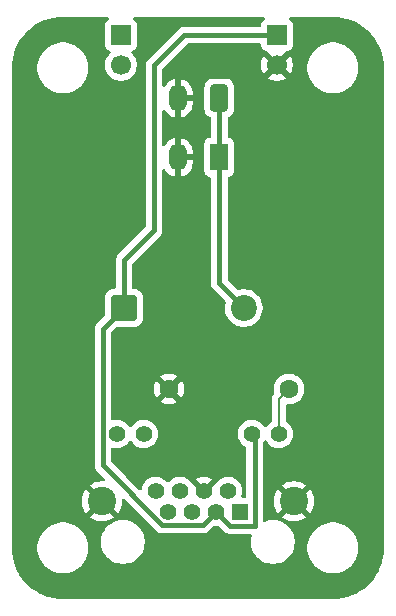
<source format=gbl>
%TF.GenerationSoftware,KiCad,Pcbnew,9.0.2*%
%TF.CreationDate,2025-11-18T17:18:59+08:00*%
%TF.ProjectId,swerve-hub,73776572-7665-42d6-9875-622e6b696361,rev?*%
%TF.SameCoordinates,Original*%
%TF.FileFunction,Copper,L2,Bot*%
%TF.FilePolarity,Positive*%
%FSLAX46Y46*%
G04 Gerber Fmt 4.6, Leading zero omitted, Abs format (unit mm)*
G04 Created by KiCad (PCBNEW 9.0.2) date 2025-11-18 17:18:59*
%MOMM*%
%LPD*%
G01*
G04 APERTURE LIST*
G04 Aperture macros list*
%AMRoundRect*
0 Rectangle with rounded corners*
0 $1 Rounding radius*
0 $2 $3 $4 $5 $6 $7 $8 $9 X,Y pos of 4 corners*
0 Add a 4 corners polygon primitive as box body*
4,1,4,$2,$3,$4,$5,$6,$7,$8,$9,$2,$3,0*
0 Add four circle primitives for the rounded corners*
1,1,$1+$1,$2,$3*
1,1,$1+$1,$4,$5*
1,1,$1+$1,$6,$7*
1,1,$1+$1,$8,$9*
0 Add four rect primitives between the rounded corners*
20,1,$1+$1,$2,$3,$4,$5,0*
20,1,$1+$1,$4,$5,$6,$7,0*
20,1,$1+$1,$6,$7,$8,$9,0*
20,1,$1+$1,$8,$9,$2,$3,0*%
G04 Aperture macros list end*
%TA.AperFunction,ComponentPad*%
%ADD10R,1.500000X2.300000*%
%TD*%
%TA.AperFunction,ComponentPad*%
%ADD11RoundRect,0.250001X0.499999X0.899999X-0.499999X0.899999X-0.499999X-0.899999X0.499999X-0.899999X0*%
%TD*%
%TA.AperFunction,ComponentPad*%
%ADD12O,1.500000X2.300000*%
%TD*%
%TA.AperFunction,ComponentPad*%
%ADD13R,1.408000X1.408000*%
%TD*%
%TA.AperFunction,ComponentPad*%
%ADD14C,1.408000*%
%TD*%
%TA.AperFunction,ComponentPad*%
%ADD15C,2.400000*%
%TD*%
%TA.AperFunction,ComponentPad*%
%ADD16RoundRect,0.249999X-0.850001X-0.850001X0.850001X-0.850001X0.850001X0.850001X-0.850001X0.850001X0*%
%TD*%
%TA.AperFunction,ComponentPad*%
%ADD17C,2.200000*%
%TD*%
%TA.AperFunction,ComponentPad*%
%ADD18C,1.600000*%
%TD*%
%TA.AperFunction,ComponentPad*%
%ADD19R,1.700000X1.700000*%
%TD*%
%TA.AperFunction,ComponentPad*%
%ADD20C,1.700000*%
%TD*%
%TA.AperFunction,Conductor*%
%ADD21C,0.400000*%
%TD*%
%TA.AperFunction,Conductor*%
%ADD22C,0.200000*%
%TD*%
G04 APERTURE END LIST*
D10*
%TO.P,J3,1,Pin_1*%
%TO.N,Net-(D1-A)*%
X99766000Y-71812500D03*
D11*
X99766000Y-66812500D03*
D12*
%TO.P,J3,2,Pin_2*%
%TO.N,/GND*%
X96266000Y-71812500D03*
X96266000Y-66812500D03*
%TD*%
D13*
%TO.P,J1,1,1*%
%TO.N,/CANh*%
X101526000Y-101843500D03*
D14*
%TO.P,J1,2,2*%
%TO.N,/CANl*%
X100506000Y-100063500D03*
%TO.P,J1,3,3*%
%TO.N,/12v*%
X99486000Y-101843500D03*
%TO.P,J1,4,4*%
%TO.N,/GND*%
X98466000Y-100063500D03*
%TO.P,J1,5,5*%
%TO.N,unconnected-(J1-Pad5)*%
X97446000Y-101843500D03*
%TO.P,J1,6,6*%
%TO.N,unconnected-(J1-Pad6)*%
X96426000Y-100063500D03*
%TO.P,J1,7,7*%
%TO.N,unconnected-(J1-Pad7)*%
X95406000Y-101843500D03*
%TO.P,J1,8,8*%
%TO.N,unconnected-(J1-Pad8)*%
X94386000Y-100063500D03*
%TO.P,J1,9*%
%TO.N,Net-(J1-Pad9)*%
X104816000Y-95243500D03*
%TO.P,J1,10*%
%TO.N,/12v*%
X102526000Y-95243500D03*
%TO.P,J1,11*%
%TO.N,unconnected-(J1-Pad11)*%
X93386000Y-95243500D03*
%TO.P,J1,12*%
%TO.N,unconnected-(J1-Pad12)*%
X91096000Y-95243500D03*
D15*
%TO.P,J1,SH1,SHIELD*%
%TO.N,/GND*%
X89831000Y-100953500D03*
%TO.P,J1,SH2,SHIELD__1*%
X106081000Y-100953500D03*
%TD*%
D16*
%TO.P,D1,1,K*%
%TO.N,/12v*%
X91694000Y-84582000D03*
D17*
%TO.P,D1,2,A*%
%TO.N,Net-(D1-A)*%
X101854000Y-84582000D03*
%TD*%
D18*
%TO.P,R1,1*%
%TO.N,/GND*%
X95504000Y-91440000D03*
%TO.P,R1,2*%
%TO.N,Net-(J1-Pad9)*%
X105664000Y-91440000D03*
%TD*%
D19*
%TO.P,J2,1,Pin_1*%
%TO.N,/CANh*%
X91440000Y-61463000D03*
D20*
%TO.P,J2,2,Pin_2*%
%TO.N,/CANl*%
X91440000Y-64003000D03*
%TD*%
D19*
%TO.P,J4,1,Pin_1*%
%TO.N,/12v*%
X104648000Y-61463000D03*
D20*
%TO.P,J4,2,Pin_2*%
%TO.N,/GND*%
X104648000Y-64003000D03*
%TD*%
D21*
%TO.N,/12v*%
X91694000Y-84582000D02*
X89916000Y-86360000D01*
X89916000Y-86360000D02*
X89916000Y-97916206D01*
X102526000Y-95243500D02*
X102750000Y-95467500D01*
X94250000Y-64000000D02*
X94250000Y-78000000D01*
X96787000Y-61463000D02*
X94250000Y-64000000D01*
X94948294Y-102948500D02*
X98381000Y-102948500D01*
X102750000Y-103000000D02*
X100642500Y-103000000D01*
X98381000Y-102948500D02*
X99486000Y-101843500D01*
X91694000Y-80556000D02*
X91694000Y-84582000D01*
X104648000Y-61463000D02*
X96787000Y-61463000D01*
X102750000Y-95467500D02*
X102750000Y-103000000D01*
X94250000Y-78000000D02*
X91694000Y-80556000D01*
X89916000Y-97916206D02*
X94948294Y-102948500D01*
X100642500Y-103000000D02*
X99486000Y-101843500D01*
D22*
%TO.N,Net-(J1-Pad9)*%
X104816000Y-95243500D02*
X104816000Y-92288000D01*
X104816000Y-92288000D02*
X105664000Y-91440000D01*
D21*
%TO.N,Net-(D1-A)*%
X101854000Y-84582000D02*
X99750000Y-82478000D01*
X99766000Y-71812500D02*
X99766000Y-66812500D01*
X99766000Y-82462000D02*
X99766000Y-71812500D01*
X99750000Y-82478000D02*
X99766000Y-82462000D01*
%TD*%
%TA.AperFunction,Conductor*%
%TO.N,/GND*%
G36*
X90379476Y-59945685D02*
G01*
X90425231Y-59998489D01*
X90435175Y-60067647D01*
X90406150Y-60131203D01*
X90355771Y-60166182D01*
X90347669Y-60169203D01*
X90347664Y-60169206D01*
X90232455Y-60255452D01*
X90232452Y-60255455D01*
X90146206Y-60370664D01*
X90146202Y-60370671D01*
X90095908Y-60505517D01*
X90089501Y-60565116D01*
X90089501Y-60565123D01*
X90089500Y-60565135D01*
X90089500Y-62360870D01*
X90089501Y-62360876D01*
X90095908Y-62420483D01*
X90146202Y-62555328D01*
X90146206Y-62555335D01*
X90232452Y-62670544D01*
X90232455Y-62670547D01*
X90347664Y-62756793D01*
X90347671Y-62756797D01*
X90479082Y-62805810D01*
X90535016Y-62847681D01*
X90559433Y-62913145D01*
X90544582Y-62981418D01*
X90523431Y-63009673D01*
X90409889Y-63123215D01*
X90284951Y-63295179D01*
X90188444Y-63484585D01*
X90122753Y-63686760D01*
X90089500Y-63896711D01*
X90089500Y-64109286D01*
X90122753Y-64319239D01*
X90188444Y-64521414D01*
X90284951Y-64710820D01*
X90409890Y-64882786D01*
X90560213Y-65033109D01*
X90732179Y-65158048D01*
X90732181Y-65158049D01*
X90732184Y-65158051D01*
X90921588Y-65254557D01*
X91123757Y-65320246D01*
X91333713Y-65353500D01*
X91333714Y-65353500D01*
X91546286Y-65353500D01*
X91546287Y-65353500D01*
X91756243Y-65320246D01*
X91958412Y-65254557D01*
X92147816Y-65158051D01*
X92202572Y-65118269D01*
X92319786Y-65033109D01*
X92319788Y-65033106D01*
X92319792Y-65033104D01*
X92470104Y-64882792D01*
X92470106Y-64882788D01*
X92470109Y-64882786D01*
X92595048Y-64710820D01*
X92595047Y-64710820D01*
X92595051Y-64710816D01*
X92691557Y-64521412D01*
X92757246Y-64319243D01*
X92790500Y-64109287D01*
X92790500Y-63896713D01*
X92783480Y-63852393D01*
X92774498Y-63795679D01*
X92757246Y-63686757D01*
X92691557Y-63484588D01*
X92595051Y-63295184D01*
X92595049Y-63295181D01*
X92595048Y-63295179D01*
X92470109Y-63123213D01*
X92356569Y-63009673D01*
X92323084Y-62948350D01*
X92328068Y-62878658D01*
X92369940Y-62822725D01*
X92400915Y-62805810D01*
X92532331Y-62756796D01*
X92647546Y-62670546D01*
X92733796Y-62555331D01*
X92784091Y-62420483D01*
X92790500Y-62360873D01*
X92790499Y-60565128D01*
X92784091Y-60505517D01*
X92775273Y-60481876D01*
X92733797Y-60370671D01*
X92733793Y-60370664D01*
X92647547Y-60255455D01*
X92647544Y-60255452D01*
X92532335Y-60169206D01*
X92532330Y-60169203D01*
X92524229Y-60166182D01*
X92468296Y-60124310D01*
X92443879Y-60058846D01*
X92458731Y-59990573D01*
X92508136Y-59941168D01*
X92567563Y-59926000D01*
X103520437Y-59926000D01*
X103587476Y-59945685D01*
X103633231Y-59998489D01*
X103643175Y-60067647D01*
X103614150Y-60131203D01*
X103563771Y-60166182D01*
X103555669Y-60169203D01*
X103555664Y-60169206D01*
X103440455Y-60255452D01*
X103440452Y-60255455D01*
X103354206Y-60370664D01*
X103354202Y-60370671D01*
X103303908Y-60505517D01*
X103297501Y-60565116D01*
X103297501Y-60565123D01*
X103297500Y-60565135D01*
X103297500Y-60638500D01*
X103277815Y-60705539D01*
X103225011Y-60751294D01*
X103173500Y-60762500D01*
X96718004Y-60762500D01*
X96582677Y-60789418D01*
X96582667Y-60789421D01*
X96455192Y-60842222D01*
X96340454Y-60918887D01*
X93705887Y-63553454D01*
X93629222Y-63668192D01*
X93576421Y-63795667D01*
X93576418Y-63795679D01*
X93556322Y-63896711D01*
X93556322Y-63896714D01*
X93549500Y-63931006D01*
X93549500Y-77658480D01*
X93529815Y-77725519D01*
X93513181Y-77746161D01*
X91149888Y-80109453D01*
X91149887Y-80109454D01*
X91073222Y-80224192D01*
X91020421Y-80351667D01*
X91020418Y-80351677D01*
X90993500Y-80487004D01*
X90993500Y-82857500D01*
X90973815Y-82924539D01*
X90921011Y-82970294D01*
X90869500Y-82981500D01*
X90793982Y-82981500D01*
X90691203Y-82992000D01*
X90691202Y-82992001D01*
X90621319Y-83015158D01*
X90524667Y-83047185D01*
X90524662Y-83047187D01*
X90375342Y-83139289D01*
X90251289Y-83263342D01*
X90159187Y-83412662D01*
X90159186Y-83412665D01*
X90104001Y-83579202D01*
X90104001Y-83579203D01*
X90104000Y-83579203D01*
X90093500Y-83681982D01*
X90093500Y-85140480D01*
X90073815Y-85207519D01*
X90057181Y-85228161D01*
X89371890Y-85913451D01*
X89371884Y-85913458D01*
X89346888Y-85950869D01*
X89346888Y-85950870D01*
X89295228Y-86028183D01*
X89295221Y-86028195D01*
X89242421Y-86155667D01*
X89242418Y-86155677D01*
X89215500Y-86291004D01*
X89215500Y-86291007D01*
X89215500Y-97847212D01*
X89215500Y-97985200D01*
X89215500Y-97985202D01*
X89215499Y-97985202D01*
X89242418Y-98120528D01*
X89242421Y-98120538D01*
X89295222Y-98248013D01*
X89371887Y-98362751D01*
X90052884Y-99043748D01*
X90086369Y-99105071D01*
X90081385Y-99174763D01*
X90039513Y-99230696D01*
X89974049Y-99255113D01*
X89949018Y-99254368D01*
X89942425Y-99253500D01*
X89719575Y-99253500D01*
X89498645Y-99282585D01*
X89498632Y-99282588D01*
X89283381Y-99340263D01*
X89077497Y-99425545D01*
X89077479Y-99425554D01*
X88884511Y-99536962D01*
X88818595Y-99587542D01*
X89468706Y-100237652D01*
X89452058Y-100244549D01*
X89321030Y-100332099D01*
X89209599Y-100443530D01*
X89122049Y-100574558D01*
X89115153Y-100591206D01*
X88465042Y-99941095D01*
X88414462Y-100007011D01*
X88303054Y-100199979D01*
X88303045Y-100199997D01*
X88217763Y-100405881D01*
X88160088Y-100621132D01*
X88160085Y-100621145D01*
X88131000Y-100842075D01*
X88131000Y-101064924D01*
X88160085Y-101285854D01*
X88160088Y-101285867D01*
X88217763Y-101501118D01*
X88303045Y-101707002D01*
X88303054Y-101707020D01*
X88414464Y-101899991D01*
X88414473Y-101900004D01*
X88465040Y-101965903D01*
X88465043Y-101965903D01*
X89115152Y-101315793D01*
X89122049Y-101332442D01*
X89209599Y-101463470D01*
X89321030Y-101574901D01*
X89452058Y-101662451D01*
X89468705Y-101669346D01*
X88818595Y-102319455D01*
X88818595Y-102319456D01*
X88884507Y-102370033D01*
X89077485Y-102481449D01*
X89077497Y-102481454D01*
X89283381Y-102566736D01*
X89498632Y-102624411D01*
X89498645Y-102624414D01*
X89719575Y-102653500D01*
X89942425Y-102653500D01*
X90163354Y-102624414D01*
X90163367Y-102624411D01*
X90378618Y-102566736D01*
X90584502Y-102481454D01*
X90584514Y-102481449D01*
X90777498Y-102370030D01*
X90843403Y-102319457D01*
X90843404Y-102319456D01*
X90193294Y-101669346D01*
X90209942Y-101662451D01*
X90340970Y-101574901D01*
X90452401Y-101463470D01*
X90539951Y-101332442D01*
X90546846Y-101315793D01*
X91196956Y-101965904D01*
X91196957Y-101965903D01*
X91247530Y-101899998D01*
X91358949Y-101707014D01*
X91358954Y-101707002D01*
X91444236Y-101501118D01*
X91501911Y-101285867D01*
X91501914Y-101285854D01*
X91531000Y-101064924D01*
X91531000Y-100842077D01*
X91530132Y-100835488D01*
X91540893Y-100766452D01*
X91587270Y-100714194D01*
X91654537Y-100695304D01*
X91721339Y-100715780D01*
X91740751Y-100731614D01*
X93328593Y-102319455D01*
X94404180Y-103395042D01*
X94479667Y-103470529D01*
X94501753Y-103492615D01*
X94616476Y-103569271D01*
X94616480Y-103569273D01*
X94616483Y-103569275D01*
X94691160Y-103600207D01*
X94743965Y-103622080D01*
X94770885Y-103627434D01*
X94867924Y-103646737D01*
X94879300Y-103649000D01*
X94879301Y-103649000D01*
X98449996Y-103649000D01*
X98558412Y-103627434D01*
X98585328Y-103622080D01*
X98649069Y-103595677D01*
X98712807Y-103569277D01*
X98712808Y-103569276D01*
X98712811Y-103569275D01*
X98827543Y-103492614D01*
X99243760Y-103076395D01*
X99305079Y-103042913D01*
X99350833Y-103041606D01*
X99381033Y-103046389D01*
X99391202Y-103048000D01*
X99391204Y-103048000D01*
X99580800Y-103048000D01*
X99621161Y-103041607D01*
X99690454Y-103050561D01*
X99728241Y-103076399D01*
X100195954Y-103544112D01*
X100310692Y-103620777D01*
X100438167Y-103673578D01*
X100438172Y-103673580D01*
X100438176Y-103673580D01*
X100438177Y-103673581D01*
X100573503Y-103700500D01*
X100573506Y-103700500D01*
X100573507Y-103700500D01*
X102411631Y-103700500D01*
X102478670Y-103720185D01*
X102524425Y-103772989D01*
X102534369Y-103842147D01*
X102531408Y-103856583D01*
X102516723Y-103911390D01*
X102487161Y-104021714D01*
X102455500Y-104262211D01*
X102455500Y-104504788D01*
X102487161Y-104745285D01*
X102549947Y-104979604D01*
X102571840Y-105032458D01*
X102642776Y-105203712D01*
X102764064Y-105413789D01*
X102764066Y-105413792D01*
X102764067Y-105413793D01*
X102911733Y-105606236D01*
X102911739Y-105606243D01*
X103083256Y-105777760D01*
X103083263Y-105777766D01*
X103196321Y-105864518D01*
X103275711Y-105925436D01*
X103485788Y-106046724D01*
X103709900Y-106139554D01*
X103944211Y-106202338D01*
X104124586Y-106226084D01*
X104184711Y-106234000D01*
X104184712Y-106234000D01*
X104427289Y-106234000D01*
X104475388Y-106227667D01*
X104667789Y-106202338D01*
X104902100Y-106139554D01*
X105126212Y-106046724D01*
X105336289Y-105925436D01*
X105528738Y-105777765D01*
X105700265Y-105606238D01*
X105847936Y-105413789D01*
X105969224Y-105203712D01*
X106062054Y-104979600D01*
X106123431Y-104750541D01*
X107235500Y-104750541D01*
X107235500Y-105032458D01*
X107272295Y-105311939D01*
X107345259Y-105584243D01*
X107453135Y-105844679D01*
X107453140Y-105844690D01*
X107583019Y-106069645D01*
X107594088Y-106088817D01*
X107765700Y-106312465D01*
X107765704Y-106312470D01*
X107965029Y-106511795D01*
X107965033Y-106511798D01*
X107965035Y-106511800D01*
X108188683Y-106683412D01*
X108188690Y-106683416D01*
X108432809Y-106824359D01*
X108432814Y-106824361D01*
X108432817Y-106824363D01*
X108693261Y-106932242D01*
X108965558Y-107005204D01*
X109245049Y-107042000D01*
X109245056Y-107042000D01*
X109526944Y-107042000D01*
X109526951Y-107042000D01*
X109806442Y-107005204D01*
X110078739Y-106932242D01*
X110339183Y-106824363D01*
X110583317Y-106683412D01*
X110806965Y-106511800D01*
X111006300Y-106312465D01*
X111177912Y-106088817D01*
X111318863Y-105844683D01*
X111426742Y-105584239D01*
X111499704Y-105311942D01*
X111536500Y-105032451D01*
X111536500Y-104750549D01*
X111499704Y-104471058D01*
X111426742Y-104198761D01*
X111318863Y-103938317D01*
X111318861Y-103938314D01*
X111318859Y-103938309D01*
X111177916Y-103694190D01*
X111177912Y-103694183D01*
X111006300Y-103470535D01*
X111006298Y-103470533D01*
X111006295Y-103470529D01*
X110806970Y-103271204D01*
X110663041Y-103160763D01*
X110583317Y-103099588D01*
X110583311Y-103099584D01*
X110583309Y-103099583D01*
X110339190Y-102958640D01*
X110339179Y-102958635D01*
X110078743Y-102850759D01*
X109806439Y-102777795D01*
X109526958Y-102741000D01*
X109526951Y-102741000D01*
X109245049Y-102741000D01*
X109245041Y-102741000D01*
X108965560Y-102777795D01*
X108693256Y-102850759D01*
X108432820Y-102958635D01*
X108432809Y-102958640D01*
X108188690Y-103099583D01*
X108188682Y-103099589D01*
X107965029Y-103271204D01*
X107765704Y-103470529D01*
X107594089Y-103694182D01*
X107594083Y-103694190D01*
X107453140Y-103938309D01*
X107453135Y-103938320D01*
X107345259Y-104198756D01*
X107272295Y-104471060D01*
X107235500Y-104750541D01*
X106123431Y-104750541D01*
X106124838Y-104745289D01*
X106156500Y-104504788D01*
X106156500Y-104262212D01*
X106124838Y-104021711D01*
X106062054Y-103787400D01*
X105969224Y-103563288D01*
X105847936Y-103353211D01*
X105700265Y-103160762D01*
X105700260Y-103160756D01*
X105528743Y-102989239D01*
X105528736Y-102989233D01*
X105336293Y-102841567D01*
X105336292Y-102841566D01*
X105336289Y-102841564D01*
X105126212Y-102720276D01*
X105126205Y-102720273D01*
X104902104Y-102627447D01*
X104784944Y-102596054D01*
X104667789Y-102564662D01*
X104667788Y-102564661D01*
X104667785Y-102564661D01*
X104427289Y-102533000D01*
X104427288Y-102533000D01*
X104184712Y-102533000D01*
X104184711Y-102533000D01*
X103944214Y-102564661D01*
X103709892Y-102627448D01*
X103621952Y-102663874D01*
X103552483Y-102671343D01*
X103490004Y-102640067D01*
X103454352Y-102579978D01*
X103450500Y-102549313D01*
X103450500Y-100842075D01*
X104381000Y-100842075D01*
X104381000Y-101064924D01*
X104410085Y-101285854D01*
X104410088Y-101285867D01*
X104467763Y-101501118D01*
X104553045Y-101707002D01*
X104553054Y-101707020D01*
X104664464Y-101899991D01*
X104664473Y-101900004D01*
X104715040Y-101965903D01*
X104715043Y-101965903D01*
X105365152Y-101315793D01*
X105372049Y-101332442D01*
X105459599Y-101463470D01*
X105571030Y-101574901D01*
X105702058Y-101662451D01*
X105718705Y-101669346D01*
X105068595Y-102319455D01*
X105068595Y-102319456D01*
X105134507Y-102370033D01*
X105327485Y-102481449D01*
X105327497Y-102481454D01*
X105533381Y-102566736D01*
X105748632Y-102624411D01*
X105748645Y-102624414D01*
X105969575Y-102653500D01*
X106192425Y-102653500D01*
X106413354Y-102624414D01*
X106413367Y-102624411D01*
X106628618Y-102566736D01*
X106834502Y-102481454D01*
X106834514Y-102481449D01*
X107027498Y-102370030D01*
X107093403Y-102319457D01*
X107093404Y-102319456D01*
X106443294Y-101669346D01*
X106459942Y-101662451D01*
X106590970Y-101574901D01*
X106702401Y-101463470D01*
X106789951Y-101332442D01*
X106796846Y-101315794D01*
X107446956Y-101965904D01*
X107446957Y-101965903D01*
X107497530Y-101899998D01*
X107608949Y-101707014D01*
X107608954Y-101707002D01*
X107694236Y-101501118D01*
X107751911Y-101285867D01*
X107751914Y-101285854D01*
X107781000Y-101064924D01*
X107781000Y-100842075D01*
X107751914Y-100621145D01*
X107751911Y-100621132D01*
X107694236Y-100405881D01*
X107608954Y-100199997D01*
X107608949Y-100199985D01*
X107497533Y-100007007D01*
X107446956Y-99941095D01*
X107446955Y-99941095D01*
X106796846Y-100591204D01*
X106789951Y-100574558D01*
X106702401Y-100443530D01*
X106590970Y-100332099D01*
X106459942Y-100244549D01*
X106443293Y-100237652D01*
X107093403Y-99587543D01*
X107093403Y-99587540D01*
X107027504Y-99536973D01*
X107027491Y-99536964D01*
X106834520Y-99425554D01*
X106834502Y-99425545D01*
X106628618Y-99340263D01*
X106413367Y-99282588D01*
X106413354Y-99282585D01*
X106192425Y-99253500D01*
X105969575Y-99253500D01*
X105748645Y-99282585D01*
X105748632Y-99282588D01*
X105533381Y-99340263D01*
X105327497Y-99425545D01*
X105327479Y-99425554D01*
X105134511Y-99536962D01*
X105068595Y-99587542D01*
X105718706Y-100237652D01*
X105702058Y-100244549D01*
X105571030Y-100332099D01*
X105459599Y-100443530D01*
X105372049Y-100574558D01*
X105365153Y-100591206D01*
X104715042Y-99941095D01*
X104664462Y-100007011D01*
X104553054Y-100199979D01*
X104553045Y-100199997D01*
X104467763Y-100405881D01*
X104410088Y-100621132D01*
X104410085Y-100621145D01*
X104381000Y-100842075D01*
X103450500Y-100842075D01*
X103450500Y-96060542D01*
X103456191Y-96041158D01*
X103456983Y-96020973D01*
X103468893Y-95997899D01*
X103470185Y-95993503D01*
X103472891Y-95989468D01*
X103473534Y-95988547D01*
X103556181Y-95874796D01*
X103564437Y-95858591D01*
X103569391Y-95851510D01*
X103590193Y-95834864D01*
X103608487Y-95815495D01*
X103617054Y-95813373D01*
X103623947Y-95807858D01*
X103650449Y-95805102D01*
X103676308Y-95798698D01*
X103684662Y-95801544D01*
X103693442Y-95800632D01*
X103717225Y-95812640D01*
X103742443Y-95821234D01*
X103748820Y-95828594D01*
X103755811Y-95832124D01*
X103764139Y-95846273D01*
X103781486Y-95866292D01*
X103785819Y-95874796D01*
X103897259Y-96028179D01*
X104031321Y-96162241D01*
X104184704Y-96273681D01*
X104264515Y-96314346D01*
X104353627Y-96359752D01*
X104353629Y-96359752D01*
X104353632Y-96359754D01*
X104533945Y-96418342D01*
X104627574Y-96433171D01*
X104721200Y-96448000D01*
X104721204Y-96448000D01*
X104910800Y-96448000D01*
X104994022Y-96434818D01*
X105098055Y-96418342D01*
X105278368Y-96359754D01*
X105447296Y-96273681D01*
X105600679Y-96162241D01*
X105734741Y-96028179D01*
X105846181Y-95874796D01*
X105932254Y-95705868D01*
X105990842Y-95525555D01*
X106007318Y-95421522D01*
X106020500Y-95338300D01*
X106020500Y-95148699D01*
X106004023Y-95044671D01*
X105990842Y-94961445D01*
X105932254Y-94781132D01*
X105932252Y-94781129D01*
X105932252Y-94781127D01*
X105876397Y-94671506D01*
X105846181Y-94612204D01*
X105734741Y-94458821D01*
X105600679Y-94324759D01*
X105467613Y-94228080D01*
X105424949Y-94172750D01*
X105416500Y-94127763D01*
X105416500Y-92862695D01*
X105436185Y-92795656D01*
X105488989Y-92749901D01*
X105556794Y-92740151D01*
X105556797Y-92740118D01*
X105556945Y-92740129D01*
X105558147Y-92739957D01*
X105559806Y-92740208D01*
X105561648Y-92740500D01*
X105561651Y-92740500D01*
X105766351Y-92740500D01*
X105766352Y-92740500D01*
X105968534Y-92708477D01*
X106163219Y-92645220D01*
X106345610Y-92552287D01*
X106438590Y-92484732D01*
X106511213Y-92431971D01*
X106511215Y-92431968D01*
X106511219Y-92431966D01*
X106655966Y-92287219D01*
X106655968Y-92287215D01*
X106655971Y-92287213D01*
X106712836Y-92208943D01*
X106776287Y-92121610D01*
X106869220Y-91939219D01*
X106932477Y-91744534D01*
X106964500Y-91542352D01*
X106964500Y-91337648D01*
X106956257Y-91285606D01*
X106932477Y-91135465D01*
X106901458Y-91040000D01*
X106869220Y-90940781D01*
X106869218Y-90940778D01*
X106869218Y-90940776D01*
X106776419Y-90758650D01*
X106776287Y-90758390D01*
X106744092Y-90714077D01*
X106655971Y-90592786D01*
X106511213Y-90448028D01*
X106345613Y-90327715D01*
X106345612Y-90327714D01*
X106345610Y-90327713D01*
X106288653Y-90298691D01*
X106163223Y-90234781D01*
X105968534Y-90171522D01*
X105793995Y-90143878D01*
X105766352Y-90139500D01*
X105561648Y-90139500D01*
X105537329Y-90143351D01*
X105359465Y-90171522D01*
X105164776Y-90234781D01*
X104982386Y-90327715D01*
X104816786Y-90448028D01*
X104672028Y-90592786D01*
X104551715Y-90758386D01*
X104458781Y-90940776D01*
X104395522Y-91135465D01*
X104363500Y-91337648D01*
X104363500Y-91542351D01*
X104395522Y-91744533D01*
X104400172Y-91758843D01*
X104400432Y-91767980D01*
X104404454Y-91776189D01*
X104401414Y-91802351D01*
X104402166Y-91828684D01*
X104397231Y-91838351D01*
X104396390Y-91845592D01*
X104384647Y-91863004D01*
X104378121Y-91875790D01*
X104374234Y-91880529D01*
X104335480Y-91919284D01*
X104323971Y-91939219D01*
X104318900Y-91948000D01*
X104318899Y-91948003D01*
X104256424Y-92056213D01*
X104256423Y-92056215D01*
X104215499Y-92208943D01*
X104215499Y-92208945D01*
X104215499Y-92377046D01*
X104215500Y-92377059D01*
X104215500Y-94127763D01*
X104195815Y-94194802D01*
X104164386Y-94228081D01*
X104031319Y-94324760D01*
X103897260Y-94458819D01*
X103785817Y-94612206D01*
X103781484Y-94620711D01*
X103733510Y-94671506D01*
X103665689Y-94688301D01*
X103599554Y-94665763D01*
X103560516Y-94620711D01*
X103556182Y-94612206D01*
X103556180Y-94612203D01*
X103444741Y-94458821D01*
X103310679Y-94324759D01*
X103157296Y-94213319D01*
X103126499Y-94197627D01*
X102988372Y-94127247D01*
X102929905Y-94108250D01*
X102808055Y-94068658D01*
X102808051Y-94068657D01*
X102808050Y-94068657D01*
X102620800Y-94039000D01*
X102620796Y-94039000D01*
X102431204Y-94039000D01*
X102431200Y-94039000D01*
X102243949Y-94068657D01*
X102243946Y-94068657D01*
X102243945Y-94068658D01*
X102208817Y-94080072D01*
X102063627Y-94127247D01*
X101894703Y-94213319D01*
X101741319Y-94324760D01*
X101607260Y-94458819D01*
X101495819Y-94612203D01*
X101409747Y-94781127D01*
X101351157Y-94961449D01*
X101321500Y-95148699D01*
X101321500Y-95338300D01*
X101351157Y-95525550D01*
X101351158Y-95525555D01*
X101381000Y-95617398D01*
X101409747Y-95705872D01*
X101481286Y-95846273D01*
X101495819Y-95874796D01*
X101607259Y-96028179D01*
X101741321Y-96162241D01*
X101843576Y-96236534D01*
X101894705Y-96273682D01*
X101949486Y-96301593D01*
X101981794Y-96318055D01*
X102032590Y-96366029D01*
X102049500Y-96428540D01*
X102049500Y-100515000D01*
X102029815Y-100582039D01*
X101977011Y-100627794D01*
X101925500Y-100639000D01*
X101756166Y-100639000D01*
X101689127Y-100619315D01*
X101643372Y-100566511D01*
X101633428Y-100497353D01*
X101638232Y-100476692D01*
X101680842Y-100345555D01*
X101698636Y-100233199D01*
X101710500Y-100158300D01*
X101710500Y-99968699D01*
X101694023Y-99864671D01*
X101680842Y-99781445D01*
X101622254Y-99601132D01*
X101622252Y-99601129D01*
X101622252Y-99601127D01*
X101536180Y-99432203D01*
X101526000Y-99418191D01*
X101424741Y-99278821D01*
X101290679Y-99144759D01*
X101137296Y-99033319D01*
X100968372Y-98947247D01*
X100909905Y-98928250D01*
X100788055Y-98888658D01*
X100788051Y-98888657D01*
X100788050Y-98888657D01*
X100600800Y-98859000D01*
X100600796Y-98859000D01*
X100411204Y-98859000D01*
X100411200Y-98859000D01*
X100223949Y-98888657D01*
X100223946Y-98888657D01*
X100223945Y-98888658D01*
X100165482Y-98907653D01*
X100043627Y-98947247D01*
X99874703Y-99033319D01*
X99721319Y-99144760D01*
X99587258Y-99278821D01*
X99587251Y-99278829D01*
X99534483Y-99351458D01*
X99516560Y-99365278D01*
X99517167Y-99365885D01*
X98908137Y-99974914D01*
X98885333Y-99889806D01*
X98826090Y-99787194D01*
X98742306Y-99703410D01*
X98639694Y-99644167D01*
X98554584Y-99621361D01*
X99123193Y-99052753D01*
X99097033Y-99033746D01*
X98928178Y-98947710D01*
X98747937Y-98889145D01*
X98560762Y-98859500D01*
X98371238Y-98859500D01*
X98184062Y-98889145D01*
X98003821Y-98947710D01*
X97834969Y-99033745D01*
X97808806Y-99052753D01*
X98377415Y-99621361D01*
X98292306Y-99644167D01*
X98189694Y-99703410D01*
X98105910Y-99787194D01*
X98046667Y-99889806D01*
X98023861Y-99974914D01*
X97432551Y-99383604D01*
X97431398Y-99383273D01*
X97419996Y-99372567D01*
X97404591Y-99360315D01*
X97400849Y-99356046D01*
X97344741Y-99278821D01*
X97210679Y-99144759D01*
X97057296Y-99033319D01*
X96888372Y-98947247D01*
X96829905Y-98928250D01*
X96708055Y-98888658D01*
X96708051Y-98888657D01*
X96708050Y-98888657D01*
X96520800Y-98859000D01*
X96520796Y-98859000D01*
X96331204Y-98859000D01*
X96331200Y-98859000D01*
X96143949Y-98888657D01*
X96143946Y-98888657D01*
X96143945Y-98888658D01*
X96085482Y-98907653D01*
X95963627Y-98947247D01*
X95794703Y-99033319D01*
X95641319Y-99144760D01*
X95507258Y-99278821D01*
X95506317Y-99280118D01*
X95505832Y-99280491D01*
X95504095Y-99282526D01*
X95503667Y-99282160D01*
X95450987Y-99322783D01*
X95381373Y-99328761D01*
X95319579Y-99296154D01*
X95305683Y-99280118D01*
X95304741Y-99278821D01*
X95170680Y-99144760D01*
X95116053Y-99105071D01*
X95017296Y-99033319D01*
X94848372Y-98947247D01*
X94789905Y-98928250D01*
X94668055Y-98888658D01*
X94668051Y-98888657D01*
X94668050Y-98888657D01*
X94480800Y-98859000D01*
X94480796Y-98859000D01*
X94291204Y-98859000D01*
X94291200Y-98859000D01*
X94103949Y-98888657D01*
X94103946Y-98888657D01*
X94103945Y-98888658D01*
X94045482Y-98907653D01*
X93923627Y-98947247D01*
X93754703Y-99033319D01*
X93601319Y-99144760D01*
X93467260Y-99278819D01*
X93355819Y-99432203D01*
X93269747Y-99601127D01*
X93265727Y-99613500D01*
X93211158Y-99781445D01*
X93211157Y-99781448D01*
X93211157Y-99781450D01*
X93189168Y-99920281D01*
X93159239Y-99983416D01*
X93099927Y-100020347D01*
X93030064Y-100019349D01*
X92979014Y-99988564D01*
X91879595Y-98889145D01*
X90652819Y-97662368D01*
X90619334Y-97601045D01*
X90616500Y-97574687D01*
X90616500Y-96524859D01*
X90636185Y-96457820D01*
X90688989Y-96412065D01*
X90758147Y-96402121D01*
X90778811Y-96406926D01*
X90813945Y-96418342D01*
X90917977Y-96434818D01*
X91001200Y-96448000D01*
X91001204Y-96448000D01*
X91190800Y-96448000D01*
X91274022Y-96434818D01*
X91378055Y-96418342D01*
X91558368Y-96359754D01*
X91727296Y-96273681D01*
X91880679Y-96162241D01*
X92014741Y-96028179D01*
X92126181Y-95874796D01*
X92130514Y-95866292D01*
X92178487Y-95815495D01*
X92246308Y-95798698D01*
X92312443Y-95821234D01*
X92351486Y-95866292D01*
X92355819Y-95874796D01*
X92467259Y-96028179D01*
X92601321Y-96162241D01*
X92754704Y-96273681D01*
X92834515Y-96314346D01*
X92923627Y-96359752D01*
X92923629Y-96359752D01*
X92923632Y-96359754D01*
X93103945Y-96418342D01*
X93197574Y-96433171D01*
X93291200Y-96448000D01*
X93291204Y-96448000D01*
X93480800Y-96448000D01*
X93564022Y-96434818D01*
X93668055Y-96418342D01*
X93848368Y-96359754D01*
X94017296Y-96273681D01*
X94170679Y-96162241D01*
X94304741Y-96028179D01*
X94416181Y-95874796D01*
X94502254Y-95705868D01*
X94560842Y-95525555D01*
X94577318Y-95421522D01*
X94590500Y-95338300D01*
X94590500Y-95148699D01*
X94574023Y-95044671D01*
X94560842Y-94961445D01*
X94502254Y-94781132D01*
X94502252Y-94781129D01*
X94502252Y-94781127D01*
X94446397Y-94671506D01*
X94416181Y-94612204D01*
X94304741Y-94458821D01*
X94170679Y-94324759D01*
X94017296Y-94213319D01*
X93986499Y-94197627D01*
X93848372Y-94127247D01*
X93789905Y-94108250D01*
X93668055Y-94068658D01*
X93668051Y-94068657D01*
X93668050Y-94068657D01*
X93480800Y-94039000D01*
X93480796Y-94039000D01*
X93291204Y-94039000D01*
X93291200Y-94039000D01*
X93103949Y-94068657D01*
X93103946Y-94068657D01*
X93103945Y-94068658D01*
X93068817Y-94080072D01*
X92923627Y-94127247D01*
X92754703Y-94213319D01*
X92601319Y-94324760D01*
X92467260Y-94458819D01*
X92355817Y-94612206D01*
X92351484Y-94620711D01*
X92303510Y-94671506D01*
X92235689Y-94688301D01*
X92169554Y-94665763D01*
X92130516Y-94620711D01*
X92126182Y-94612206D01*
X92126180Y-94612203D01*
X92014741Y-94458821D01*
X91880679Y-94324759D01*
X91727296Y-94213319D01*
X91696499Y-94197627D01*
X91558372Y-94127247D01*
X91499905Y-94108250D01*
X91378055Y-94068658D01*
X91378051Y-94068657D01*
X91378050Y-94068657D01*
X91190800Y-94039000D01*
X91190796Y-94039000D01*
X91001204Y-94039000D01*
X91001200Y-94039000D01*
X90813949Y-94068657D01*
X90813946Y-94068657D01*
X90813945Y-94068658D01*
X90794831Y-94074868D01*
X90778816Y-94080072D01*
X90708975Y-94082066D01*
X90649143Y-94045984D01*
X90618316Y-93983283D01*
X90616500Y-93962140D01*
X90616500Y-91337682D01*
X94204000Y-91337682D01*
X94204000Y-91542317D01*
X94236009Y-91744417D01*
X94299244Y-91939031D01*
X94392141Y-92121350D01*
X94392147Y-92121359D01*
X94424523Y-92165921D01*
X94424524Y-92165922D01*
X95104000Y-91486446D01*
X95104000Y-91492661D01*
X95131259Y-91594394D01*
X95183920Y-91685606D01*
X95258394Y-91760080D01*
X95349606Y-91812741D01*
X95451339Y-91840000D01*
X95457553Y-91840000D01*
X94778076Y-92519474D01*
X94822650Y-92551859D01*
X95004968Y-92644755D01*
X95199582Y-92707990D01*
X95401683Y-92740000D01*
X95606317Y-92740000D01*
X95808417Y-92707990D01*
X96003031Y-92644755D01*
X96185349Y-92551859D01*
X96229921Y-92519474D01*
X95550447Y-91840000D01*
X95556661Y-91840000D01*
X95658394Y-91812741D01*
X95749606Y-91760080D01*
X95824080Y-91685606D01*
X95876741Y-91594394D01*
X95904000Y-91492661D01*
X95904000Y-91486447D01*
X96583474Y-92165921D01*
X96615859Y-92121349D01*
X96708755Y-91939031D01*
X96771990Y-91744417D01*
X96804000Y-91542317D01*
X96804000Y-91337682D01*
X96771990Y-91135582D01*
X96708755Y-90940968D01*
X96615859Y-90758650D01*
X96583474Y-90714077D01*
X96583474Y-90714076D01*
X95904000Y-91393551D01*
X95904000Y-91387339D01*
X95876741Y-91285606D01*
X95824080Y-91194394D01*
X95749606Y-91119920D01*
X95658394Y-91067259D01*
X95556661Y-91040000D01*
X95550446Y-91040000D01*
X96229922Y-90360524D01*
X96229921Y-90360523D01*
X96185359Y-90328147D01*
X96185350Y-90328141D01*
X96003031Y-90235244D01*
X95808417Y-90172009D01*
X95606317Y-90140000D01*
X95401683Y-90140000D01*
X95199582Y-90172009D01*
X95004968Y-90235244D01*
X94822644Y-90328143D01*
X94778077Y-90360523D01*
X94778077Y-90360524D01*
X95457554Y-91040000D01*
X95451339Y-91040000D01*
X95349606Y-91067259D01*
X95258394Y-91119920D01*
X95183920Y-91194394D01*
X95131259Y-91285606D01*
X95104000Y-91387339D01*
X95104000Y-91393553D01*
X94424524Y-90714077D01*
X94424523Y-90714077D01*
X94392143Y-90758644D01*
X94299244Y-90940968D01*
X94236009Y-91135582D01*
X94204000Y-91337682D01*
X90616500Y-91337682D01*
X90616500Y-86701519D01*
X90636185Y-86634480D01*
X90652819Y-86613838D01*
X91047838Y-86218819D01*
X91109161Y-86185334D01*
X91135519Y-86182500D01*
X92594005Y-86182500D01*
X92594010Y-86182500D01*
X92696798Y-86171999D01*
X92863335Y-86116814D01*
X93012656Y-86024712D01*
X93136712Y-85900656D01*
X93228814Y-85751335D01*
X93283999Y-85584798D01*
X93294500Y-85482010D01*
X93294500Y-83681990D01*
X93283999Y-83579202D01*
X93228814Y-83412665D01*
X93136712Y-83263344D01*
X93012656Y-83139288D01*
X92863335Y-83047186D01*
X92696798Y-82992001D01*
X92696796Y-82992000D01*
X92594017Y-82981500D01*
X92594010Y-82981500D01*
X92518500Y-82981500D01*
X92451461Y-82961815D01*
X92405706Y-82909011D01*
X92394500Y-82857500D01*
X92394500Y-80897519D01*
X92414185Y-80830480D01*
X92430819Y-80809838D01*
X94794112Y-78446545D01*
X94794114Y-78446543D01*
X94870775Y-78331811D01*
X94923580Y-78204328D01*
X94950500Y-78068994D01*
X94950500Y-77931006D01*
X94950500Y-72900545D01*
X94970185Y-72833506D01*
X95022989Y-72787751D01*
X95092147Y-72777807D01*
X95155703Y-72806832D01*
X95184985Y-72844251D01*
X95196902Y-72867641D01*
X95312555Y-73026821D01*
X95451678Y-73165944D01*
X95610856Y-73281595D01*
X95786162Y-73370918D01*
X95973283Y-73431718D01*
X96016000Y-73438484D01*
X96016000Y-72360982D01*
X96034409Y-72371611D01*
X96187009Y-72412500D01*
X96344991Y-72412500D01*
X96497591Y-72371611D01*
X96516000Y-72360982D01*
X96516000Y-73438483D01*
X96558716Y-73431718D01*
X96745837Y-73370918D01*
X96921143Y-73281595D01*
X97080321Y-73165944D01*
X97219444Y-73026821D01*
X97335095Y-72867643D01*
X97424418Y-72692335D01*
X97485221Y-72505205D01*
X97516000Y-72310882D01*
X97516000Y-72062500D01*
X96814482Y-72062500D01*
X96825111Y-72044091D01*
X96866000Y-71891491D01*
X96866000Y-71733509D01*
X96825111Y-71580909D01*
X96814482Y-71562500D01*
X97516000Y-71562500D01*
X97516000Y-71314117D01*
X97485221Y-71119794D01*
X97424418Y-70932664D01*
X97335095Y-70757356D01*
X97219444Y-70598178D01*
X97080321Y-70459055D01*
X96921143Y-70343404D01*
X96745835Y-70254081D01*
X96558705Y-70193278D01*
X96516000Y-70186514D01*
X96516000Y-71264017D01*
X96497591Y-71253389D01*
X96344991Y-71212500D01*
X96187009Y-71212500D01*
X96034409Y-71253389D01*
X96016000Y-71264017D01*
X96016000Y-70186514D01*
X96015999Y-70186514D01*
X95973294Y-70193278D01*
X95786164Y-70254081D01*
X95610856Y-70343404D01*
X95451678Y-70459055D01*
X95312555Y-70598178D01*
X95196902Y-70757359D01*
X95184984Y-70780750D01*
X95137009Y-70831545D01*
X95069188Y-70848340D01*
X95003054Y-70825802D01*
X94959603Y-70771086D01*
X94950500Y-70724454D01*
X94950500Y-67900545D01*
X94970185Y-67833506D01*
X95022989Y-67787751D01*
X95092147Y-67777807D01*
X95155703Y-67806832D01*
X95184985Y-67844251D01*
X95196902Y-67867641D01*
X95312555Y-68026821D01*
X95451678Y-68165944D01*
X95610856Y-68281595D01*
X95786162Y-68370918D01*
X95973283Y-68431718D01*
X96016000Y-68438484D01*
X96016000Y-67360982D01*
X96034409Y-67371611D01*
X96187009Y-67412500D01*
X96344991Y-67412500D01*
X96497591Y-67371611D01*
X96516000Y-67360982D01*
X96516000Y-68438483D01*
X96558716Y-68431718D01*
X96745837Y-68370918D01*
X96921143Y-68281595D01*
X97080321Y-68165944D01*
X97219444Y-68026821D01*
X97335095Y-67867643D01*
X97424418Y-67692335D01*
X97485221Y-67505205D01*
X97516000Y-67310882D01*
X97516000Y-67062500D01*
X96814482Y-67062500D01*
X96825111Y-67044091D01*
X96866000Y-66891491D01*
X96866000Y-66733509D01*
X96825111Y-66580909D01*
X96814482Y-66562500D01*
X97516000Y-66562500D01*
X97516000Y-66314117D01*
X97485221Y-66119794D01*
X97424418Y-65932662D01*
X97415740Y-65915631D01*
X97415739Y-65915629D01*
X97388661Y-65862484D01*
X98515500Y-65862484D01*
X98515500Y-67762515D01*
X98526000Y-67865295D01*
X98526001Y-67865297D01*
X98537681Y-67900545D01*
X98581186Y-68031835D01*
X98581187Y-68031837D01*
X98673286Y-68181151D01*
X98673289Y-68181155D01*
X98797344Y-68305210D01*
X98797348Y-68305213D01*
X98946657Y-68397309D01*
X98946660Y-68397310D01*
X98946666Y-68397314D01*
X98980503Y-68408526D01*
X99037948Y-68448298D01*
X99064772Y-68512813D01*
X99065500Y-68526232D01*
X99065500Y-70040148D01*
X99045815Y-70107187D01*
X98993011Y-70152942D01*
X98954755Y-70163438D01*
X98908516Y-70168409D01*
X98773671Y-70218702D01*
X98773664Y-70218706D01*
X98658455Y-70304952D01*
X98658452Y-70304955D01*
X98572206Y-70420164D01*
X98572202Y-70420171D01*
X98521908Y-70555017D01*
X98515501Y-70614616D01*
X98515501Y-70614623D01*
X98515500Y-70614635D01*
X98515500Y-73010370D01*
X98515501Y-73010376D01*
X98521908Y-73069983D01*
X98572202Y-73204828D01*
X98572206Y-73204835D01*
X98658452Y-73320044D01*
X98658455Y-73320047D01*
X98773664Y-73406293D01*
X98773671Y-73406297D01*
X98908516Y-73456591D01*
X98954757Y-73461563D01*
X99019307Y-73488301D01*
X99059155Y-73545694D01*
X99065500Y-73584852D01*
X99065500Y-82316357D01*
X99063117Y-82340549D01*
X99049500Y-82409003D01*
X99049500Y-82409006D01*
X99049500Y-82546994D01*
X99049500Y-82546996D01*
X99049499Y-82546996D01*
X99076418Y-82682322D01*
X99076421Y-82682332D01*
X99129222Y-82809807D01*
X99205887Y-82924545D01*
X99205888Y-82924546D01*
X100287158Y-84005814D01*
X100320643Y-84067137D01*
X100317409Y-84131811D01*
X100292909Y-84207215D01*
X100253500Y-84456038D01*
X100253500Y-84707961D01*
X100292910Y-84956785D01*
X100370760Y-85196383D01*
X100485132Y-85420848D01*
X100633201Y-85624649D01*
X100633205Y-85624654D01*
X100811345Y-85802794D01*
X100811350Y-85802798D01*
X100963652Y-85913451D01*
X101015155Y-85950870D01*
X101158184Y-86023747D01*
X101239616Y-86065239D01*
X101239618Y-86065239D01*
X101239621Y-86065241D01*
X101479215Y-86143090D01*
X101728038Y-86182500D01*
X101728039Y-86182500D01*
X101979961Y-86182500D01*
X101979962Y-86182500D01*
X102228785Y-86143090D01*
X102468379Y-86065241D01*
X102692845Y-85950870D01*
X102896656Y-85802793D01*
X103074793Y-85624656D01*
X103222870Y-85420845D01*
X103337241Y-85196379D01*
X103415090Y-84956785D01*
X103454500Y-84707962D01*
X103454500Y-84456038D01*
X103415090Y-84207215D01*
X103337241Y-83967621D01*
X103337239Y-83967618D01*
X103337239Y-83967616D01*
X103295747Y-83886184D01*
X103222870Y-83743155D01*
X103178425Y-83681982D01*
X103074798Y-83539350D01*
X103074794Y-83539345D01*
X102896654Y-83361205D01*
X102896649Y-83361201D01*
X102692848Y-83213132D01*
X102692847Y-83213131D01*
X102692845Y-83213130D01*
X102622747Y-83177413D01*
X102468383Y-83098760D01*
X102228785Y-83020910D01*
X102228779Y-83020909D01*
X101979962Y-82981500D01*
X101728038Y-82981500D01*
X101694017Y-82986888D01*
X101479215Y-83020909D01*
X101403811Y-83045409D01*
X101333970Y-83047403D01*
X101277814Y-83015158D01*
X100502819Y-82240162D01*
X100469334Y-82178839D01*
X100466500Y-82152481D01*
X100466500Y-73584851D01*
X100486185Y-73517812D01*
X100538989Y-73472057D01*
X100577247Y-73461561D01*
X100623483Y-73456591D01*
X100758331Y-73406296D01*
X100873546Y-73320046D01*
X100959796Y-73204831D01*
X101010091Y-73069983D01*
X101016500Y-73010373D01*
X101016499Y-70614628D01*
X101010091Y-70555017D01*
X100959796Y-70420169D01*
X100959795Y-70420168D01*
X100959793Y-70420164D01*
X100873547Y-70304955D01*
X100873544Y-70304952D01*
X100758335Y-70218706D01*
X100758328Y-70218702D01*
X100623483Y-70168408D01*
X100577243Y-70163437D01*
X100512693Y-70136699D01*
X100472845Y-70079306D01*
X100466500Y-70040148D01*
X100466500Y-68526232D01*
X100486185Y-68459193D01*
X100538989Y-68413438D01*
X100551492Y-68408527D01*
X100585334Y-68397314D01*
X100734655Y-68305211D01*
X100858711Y-68181155D01*
X100950814Y-68031834D01*
X101005999Y-67865297D01*
X101016500Y-67762508D01*
X101016500Y-65862492D01*
X101005999Y-65759703D01*
X100950814Y-65593166D01*
X100858711Y-65443845D01*
X100734655Y-65319789D01*
X100734651Y-65319786D01*
X100585337Y-65227687D01*
X100585335Y-65227686D01*
X100509886Y-65202685D01*
X100418797Y-65172501D01*
X100418795Y-65172500D01*
X100316015Y-65162000D01*
X100316008Y-65162000D01*
X99215992Y-65162000D01*
X99215984Y-65162000D01*
X99113204Y-65172500D01*
X99113203Y-65172501D01*
X98946664Y-65227686D01*
X98946662Y-65227687D01*
X98797348Y-65319786D01*
X98797344Y-65319789D01*
X98673289Y-65443844D01*
X98673286Y-65443848D01*
X98581187Y-65593162D01*
X98581186Y-65593164D01*
X98526001Y-65759703D01*
X98526000Y-65759704D01*
X98515500Y-65862484D01*
X97388661Y-65862484D01*
X97335097Y-65757358D01*
X97219444Y-65598178D01*
X97080321Y-65459055D01*
X96921143Y-65343404D01*
X96745835Y-65254081D01*
X96558705Y-65193278D01*
X96516000Y-65186514D01*
X96516000Y-66264017D01*
X96497591Y-66253389D01*
X96344991Y-66212500D01*
X96187009Y-66212500D01*
X96034409Y-66253389D01*
X96016000Y-66264017D01*
X96016000Y-65186514D01*
X96015999Y-65186514D01*
X95973294Y-65193278D01*
X95786164Y-65254081D01*
X95610856Y-65343404D01*
X95451678Y-65459055D01*
X95312555Y-65598178D01*
X95196902Y-65757359D01*
X95184984Y-65780750D01*
X95137009Y-65831545D01*
X95069188Y-65848340D01*
X95003054Y-65825802D01*
X94959603Y-65771086D01*
X94950500Y-65724454D01*
X94950500Y-64341519D01*
X94970185Y-64274480D01*
X94986819Y-64253838D01*
X97040838Y-62199819D01*
X97102161Y-62166334D01*
X97128519Y-62163500D01*
X103173501Y-62163500D01*
X103240540Y-62183185D01*
X103286295Y-62235989D01*
X103297501Y-62287500D01*
X103297501Y-62360876D01*
X103303908Y-62420483D01*
X103354202Y-62555328D01*
X103354206Y-62555335D01*
X103440452Y-62670544D01*
X103440455Y-62670547D01*
X103555664Y-62756793D01*
X103555671Y-62756797D01*
X103600618Y-62773561D01*
X103690517Y-62807091D01*
X103750127Y-62813500D01*
X103760685Y-62813499D01*
X103827723Y-62833179D01*
X103848372Y-62849818D01*
X104518591Y-63520037D01*
X104455007Y-63537075D01*
X104340993Y-63602901D01*
X104247901Y-63695993D01*
X104182075Y-63810007D01*
X104165037Y-63873591D01*
X103532728Y-63241282D01*
X103532727Y-63241282D01*
X103493380Y-63295439D01*
X103396904Y-63484782D01*
X103331242Y-63686869D01*
X103331242Y-63686872D01*
X103298000Y-63896753D01*
X103298000Y-64109246D01*
X103331242Y-64319127D01*
X103331242Y-64319130D01*
X103396904Y-64521217D01*
X103493375Y-64710550D01*
X103532728Y-64764716D01*
X104165037Y-64132408D01*
X104182075Y-64195993D01*
X104247901Y-64310007D01*
X104340993Y-64403099D01*
X104455007Y-64468925D01*
X104518590Y-64485962D01*
X103886282Y-65118269D01*
X103886282Y-65118270D01*
X103940449Y-65157624D01*
X104129782Y-65254095D01*
X104331870Y-65319757D01*
X104541754Y-65353000D01*
X104754246Y-65353000D01*
X104964127Y-65319757D01*
X104964130Y-65319757D01*
X105166217Y-65254095D01*
X105355554Y-65157622D01*
X105409716Y-65118270D01*
X105409717Y-65118270D01*
X104777408Y-64485962D01*
X104840993Y-64468925D01*
X104955007Y-64403099D01*
X105048099Y-64310007D01*
X105113925Y-64195993D01*
X105130962Y-64132409D01*
X105763270Y-64764717D01*
X105763270Y-64764716D01*
X105802622Y-64710554D01*
X105899095Y-64521217D01*
X105964757Y-64319130D01*
X105964757Y-64319127D01*
X105997795Y-64110541D01*
X107235500Y-64110541D01*
X107235500Y-64392458D01*
X107272295Y-64671939D01*
X107345259Y-64944243D01*
X107453135Y-65204679D01*
X107453140Y-65204690D01*
X107591217Y-65443845D01*
X107594088Y-65448817D01*
X107765700Y-65672465D01*
X107765704Y-65672470D01*
X107965029Y-65871795D01*
X107965033Y-65871798D01*
X107965035Y-65871800D01*
X108188683Y-66043412D01*
X108188690Y-66043416D01*
X108432809Y-66184359D01*
X108432814Y-66184361D01*
X108432817Y-66184363D01*
X108693261Y-66292242D01*
X108965558Y-66365204D01*
X109245049Y-66402000D01*
X109245056Y-66402000D01*
X109526944Y-66402000D01*
X109526951Y-66402000D01*
X109806442Y-66365204D01*
X110078739Y-66292242D01*
X110339183Y-66184363D01*
X110583317Y-66043412D01*
X110806965Y-65871800D01*
X111006300Y-65672465D01*
X111177912Y-65448817D01*
X111318863Y-65204683D01*
X111426742Y-64944239D01*
X111499704Y-64671942D01*
X111536500Y-64392451D01*
X111536500Y-64110549D01*
X111536328Y-64109246D01*
X111519728Y-63983155D01*
X111499704Y-63831058D01*
X111426742Y-63558761D01*
X111318863Y-63298317D01*
X111318861Y-63298314D01*
X111318859Y-63298309D01*
X111177916Y-63054190D01*
X111177912Y-63054183D01*
X111006300Y-62830535D01*
X111006298Y-62830533D01*
X111006295Y-62830529D01*
X110806970Y-62631204D01*
X110708096Y-62555335D01*
X110583317Y-62459588D01*
X110583311Y-62459584D01*
X110583309Y-62459583D01*
X110339190Y-62318640D01*
X110339179Y-62318635D01*
X110078743Y-62210759D01*
X109806439Y-62137795D01*
X109526958Y-62101000D01*
X109526951Y-62101000D01*
X109245049Y-62101000D01*
X109245041Y-62101000D01*
X108965560Y-62137795D01*
X108693256Y-62210759D01*
X108432820Y-62318635D01*
X108432809Y-62318640D01*
X108188690Y-62459583D01*
X108188682Y-62459589D01*
X107965029Y-62631204D01*
X107765704Y-62830529D01*
X107594089Y-63054182D01*
X107594083Y-63054190D01*
X107453140Y-63298309D01*
X107453135Y-63298320D01*
X107345259Y-63558756D01*
X107272295Y-63831060D01*
X107235500Y-64110541D01*
X105997795Y-64110541D01*
X105998000Y-64109246D01*
X105998000Y-63896753D01*
X105964757Y-63686872D01*
X105964757Y-63686869D01*
X105899095Y-63484782D01*
X105802624Y-63295449D01*
X105763270Y-63241282D01*
X105763269Y-63241282D01*
X105130962Y-63873590D01*
X105113925Y-63810007D01*
X105048099Y-63695993D01*
X104955007Y-63602901D01*
X104840993Y-63537075D01*
X104777409Y-63520037D01*
X105447627Y-62849818D01*
X105508950Y-62816333D01*
X105535307Y-62813499D01*
X105545872Y-62813499D01*
X105605483Y-62807091D01*
X105740331Y-62756796D01*
X105855546Y-62670546D01*
X105941796Y-62555331D01*
X105992091Y-62420483D01*
X105998500Y-62360873D01*
X105998499Y-60565128D01*
X105992091Y-60505517D01*
X105983273Y-60481876D01*
X105941797Y-60370671D01*
X105941793Y-60370664D01*
X105855547Y-60255455D01*
X105855544Y-60255452D01*
X105740335Y-60169206D01*
X105740330Y-60169203D01*
X105732229Y-60166182D01*
X105676296Y-60124310D01*
X105651879Y-60058846D01*
X105666731Y-59990573D01*
X105716136Y-59941168D01*
X105775563Y-59926000D01*
X109320108Y-59926000D01*
X109383128Y-59926000D01*
X109388855Y-59926132D01*
X109779390Y-59944187D01*
X109790780Y-59945243D01*
X110175141Y-59998859D01*
X110186385Y-60000961D01*
X110564158Y-60089812D01*
X110575148Y-60092939D01*
X110943133Y-60216275D01*
X110953787Y-60220403D01*
X111308806Y-60377159D01*
X111319032Y-60382251D01*
X111580593Y-60527939D01*
X111658069Y-60571094D01*
X111667807Y-60577123D01*
X111977725Y-60789421D01*
X111987971Y-60796439D01*
X111997108Y-60803340D01*
X112295660Y-61051254D01*
X112304124Y-61058970D01*
X112578529Y-61333375D01*
X112586245Y-61341839D01*
X112834157Y-61640388D01*
X112841060Y-61649528D01*
X113060376Y-61969692D01*
X113066405Y-61979430D01*
X113154615Y-62137796D01*
X113209308Y-62235989D01*
X113255241Y-62318453D01*
X113260344Y-62328702D01*
X113360411Y-62555331D01*
X113417091Y-62683699D01*
X113421229Y-62694379D01*
X113544556Y-63062338D01*
X113547690Y-63073354D01*
X113636536Y-63451106D01*
X113638641Y-63462365D01*
X113692255Y-63846712D01*
X113693312Y-63858116D01*
X113711368Y-64248644D01*
X113711500Y-64254371D01*
X113711500Y-104888628D01*
X113711368Y-104894355D01*
X113693312Y-105284883D01*
X113692255Y-105296287D01*
X113638641Y-105680634D01*
X113636536Y-105691893D01*
X113547690Y-106069645D01*
X113544556Y-106080661D01*
X113421229Y-106448620D01*
X113417091Y-106459300D01*
X113260346Y-106814293D01*
X113255241Y-106824546D01*
X113066405Y-107163569D01*
X113060376Y-107173307D01*
X112841060Y-107493471D01*
X112834157Y-107502611D01*
X112586245Y-107801160D01*
X112578529Y-107809624D01*
X112304124Y-108084029D01*
X112295660Y-108091745D01*
X111997111Y-108339657D01*
X111987971Y-108346560D01*
X111667807Y-108565876D01*
X111658069Y-108571905D01*
X111319046Y-108760741D01*
X111308793Y-108765846D01*
X110953800Y-108922591D01*
X110943120Y-108926729D01*
X110575161Y-109050056D01*
X110564145Y-109053190D01*
X110186393Y-109142036D01*
X110175134Y-109144141D01*
X109790787Y-109197755D01*
X109779383Y-109198812D01*
X109388855Y-109216868D01*
X109383128Y-109217000D01*
X86528872Y-109217000D01*
X86523145Y-109216868D01*
X86132616Y-109198812D01*
X86121212Y-109197755D01*
X85736865Y-109144141D01*
X85725606Y-109142036D01*
X85347854Y-109053190D01*
X85336838Y-109050056D01*
X84968879Y-108926729D01*
X84958199Y-108922591D01*
X84603206Y-108765846D01*
X84592958Y-108760743D01*
X84481297Y-108698548D01*
X84253930Y-108571905D01*
X84244192Y-108565876D01*
X83924028Y-108346560D01*
X83914888Y-108339657D01*
X83616339Y-108091745D01*
X83607875Y-108084029D01*
X83333470Y-107809624D01*
X83325754Y-107801160D01*
X83077842Y-107502611D01*
X83070939Y-107493471D01*
X82851623Y-107173307D01*
X82845594Y-107163569D01*
X82777880Y-107042000D01*
X82656751Y-106824532D01*
X82651659Y-106814306D01*
X82494903Y-106459287D01*
X82490775Y-106448633D01*
X82367439Y-106080648D01*
X82364312Y-106069658D01*
X82275461Y-105691885D01*
X82273358Y-105680634D01*
X82262980Y-105606238D01*
X82219743Y-105296280D01*
X82218687Y-105284883D01*
X82214934Y-105203714D01*
X82200632Y-104894355D01*
X82200500Y-104888628D01*
X82200500Y-104750541D01*
X84375500Y-104750541D01*
X84375500Y-105032458D01*
X84412295Y-105311939D01*
X84485259Y-105584243D01*
X84593135Y-105844679D01*
X84593140Y-105844690D01*
X84723019Y-106069645D01*
X84734088Y-106088817D01*
X84905700Y-106312465D01*
X84905704Y-106312470D01*
X85105029Y-106511795D01*
X85105033Y-106511798D01*
X85105035Y-106511800D01*
X85328683Y-106683412D01*
X85328690Y-106683416D01*
X85572809Y-106824359D01*
X85572814Y-106824361D01*
X85572817Y-106824363D01*
X85833261Y-106932242D01*
X86105558Y-107005204D01*
X86385049Y-107042000D01*
X86385056Y-107042000D01*
X86666944Y-107042000D01*
X86666951Y-107042000D01*
X86946442Y-107005204D01*
X87218739Y-106932242D01*
X87479183Y-106824363D01*
X87723317Y-106683412D01*
X87946965Y-106511800D01*
X88146300Y-106312465D01*
X88317912Y-106088817D01*
X88458863Y-105844683D01*
X88566742Y-105584239D01*
X88639704Y-105311942D01*
X88676500Y-105032451D01*
X88676500Y-104750549D01*
X88639704Y-104471058D01*
X88583743Y-104262211D01*
X89755500Y-104262211D01*
X89755500Y-104504788D01*
X89787161Y-104745285D01*
X89849947Y-104979604D01*
X89871840Y-105032458D01*
X89942776Y-105203712D01*
X90064064Y-105413789D01*
X90064066Y-105413792D01*
X90064067Y-105413793D01*
X90211733Y-105606236D01*
X90211739Y-105606243D01*
X90383256Y-105777760D01*
X90383263Y-105777766D01*
X90496321Y-105864518D01*
X90575711Y-105925436D01*
X90785788Y-106046724D01*
X91009900Y-106139554D01*
X91244211Y-106202338D01*
X91424586Y-106226084D01*
X91484711Y-106234000D01*
X91484712Y-106234000D01*
X91727289Y-106234000D01*
X91775388Y-106227667D01*
X91967789Y-106202338D01*
X92202100Y-106139554D01*
X92426212Y-106046724D01*
X92636289Y-105925436D01*
X92828738Y-105777765D01*
X93000265Y-105606238D01*
X93147936Y-105413789D01*
X93269224Y-105203712D01*
X93362054Y-104979600D01*
X93424838Y-104745289D01*
X93456500Y-104504788D01*
X93456500Y-104262212D01*
X93424838Y-104021711D01*
X93362054Y-103787400D01*
X93269224Y-103563288D01*
X93147936Y-103353211D01*
X93000265Y-103160762D01*
X93000260Y-103160756D01*
X92828743Y-102989239D01*
X92828736Y-102989233D01*
X92636293Y-102841567D01*
X92636292Y-102841566D01*
X92636289Y-102841564D01*
X92426212Y-102720276D01*
X92426205Y-102720273D01*
X92202104Y-102627447D01*
X92084944Y-102596054D01*
X91967789Y-102564662D01*
X91967788Y-102564661D01*
X91967785Y-102564661D01*
X91727289Y-102533000D01*
X91727288Y-102533000D01*
X91484712Y-102533000D01*
X91484711Y-102533000D01*
X91244214Y-102564661D01*
X91009895Y-102627447D01*
X90785794Y-102720273D01*
X90785785Y-102720277D01*
X90575706Y-102841567D01*
X90383263Y-102989233D01*
X90383256Y-102989239D01*
X90211739Y-103160756D01*
X90211733Y-103160763D01*
X90064067Y-103353206D01*
X89942777Y-103563285D01*
X89942773Y-103563294D01*
X89849947Y-103787395D01*
X89787161Y-104021714D01*
X89755500Y-104262211D01*
X88583743Y-104262211D01*
X88566742Y-104198761D01*
X88458863Y-103938317D01*
X88458861Y-103938314D01*
X88458859Y-103938309D01*
X88317916Y-103694190D01*
X88317912Y-103694183D01*
X88146300Y-103470535D01*
X88146298Y-103470533D01*
X88146295Y-103470529D01*
X87946970Y-103271204D01*
X87803041Y-103160763D01*
X87723317Y-103099588D01*
X87723311Y-103099584D01*
X87723309Y-103099583D01*
X87479190Y-102958640D01*
X87479179Y-102958635D01*
X87218743Y-102850759D01*
X86946439Y-102777795D01*
X86666958Y-102741000D01*
X86666951Y-102741000D01*
X86385049Y-102741000D01*
X86385041Y-102741000D01*
X86105560Y-102777795D01*
X85833256Y-102850759D01*
X85572820Y-102958635D01*
X85572809Y-102958640D01*
X85328690Y-103099583D01*
X85328682Y-103099589D01*
X85105029Y-103271204D01*
X84905704Y-103470529D01*
X84734089Y-103694182D01*
X84734083Y-103694190D01*
X84593140Y-103938309D01*
X84593135Y-103938320D01*
X84485259Y-104198756D01*
X84412295Y-104471060D01*
X84375500Y-104750541D01*
X82200500Y-104750541D01*
X82200500Y-64254371D01*
X82200632Y-64248644D01*
X82207017Y-64110541D01*
X84375500Y-64110541D01*
X84375500Y-64392458D01*
X84412295Y-64671939D01*
X84485259Y-64944243D01*
X84593135Y-65204679D01*
X84593140Y-65204690D01*
X84731217Y-65443845D01*
X84734088Y-65448817D01*
X84905700Y-65672465D01*
X84905704Y-65672470D01*
X85105029Y-65871795D01*
X85105033Y-65871798D01*
X85105035Y-65871800D01*
X85328683Y-66043412D01*
X85328690Y-66043416D01*
X85572809Y-66184359D01*
X85572814Y-66184361D01*
X85572817Y-66184363D01*
X85833261Y-66292242D01*
X86105558Y-66365204D01*
X86385049Y-66402000D01*
X86385056Y-66402000D01*
X86666944Y-66402000D01*
X86666951Y-66402000D01*
X86946442Y-66365204D01*
X87218739Y-66292242D01*
X87479183Y-66184363D01*
X87723317Y-66043412D01*
X87946965Y-65871800D01*
X88146300Y-65672465D01*
X88317912Y-65448817D01*
X88458863Y-65204683D01*
X88566742Y-64944239D01*
X88639704Y-64671942D01*
X88676500Y-64392451D01*
X88676500Y-64110549D01*
X88676328Y-64109246D01*
X88659728Y-63983155D01*
X88639704Y-63831058D01*
X88566742Y-63558761D01*
X88458863Y-63298317D01*
X88458861Y-63298314D01*
X88458859Y-63298309D01*
X88317916Y-63054190D01*
X88317912Y-63054183D01*
X88146300Y-62830535D01*
X88146298Y-62830533D01*
X88146295Y-62830529D01*
X87946970Y-62631204D01*
X87848096Y-62555335D01*
X87723317Y-62459588D01*
X87723311Y-62459584D01*
X87723309Y-62459583D01*
X87479190Y-62318640D01*
X87479179Y-62318635D01*
X87218743Y-62210759D01*
X86946439Y-62137795D01*
X86666958Y-62101000D01*
X86666951Y-62101000D01*
X86385049Y-62101000D01*
X86385041Y-62101000D01*
X86105560Y-62137795D01*
X85833256Y-62210759D01*
X85572820Y-62318635D01*
X85572809Y-62318640D01*
X85328690Y-62459583D01*
X85328682Y-62459589D01*
X85105029Y-62631204D01*
X84905704Y-62830529D01*
X84734089Y-63054182D01*
X84734083Y-63054190D01*
X84593140Y-63298309D01*
X84593135Y-63298320D01*
X84485259Y-63558756D01*
X84412295Y-63831060D01*
X84375500Y-64110541D01*
X82207017Y-64110541D01*
X82207469Y-64100763D01*
X82218687Y-63858116D01*
X82219744Y-63846712D01*
X82273360Y-63462354D01*
X82275460Y-63451117D01*
X82364314Y-63073335D01*
X82367437Y-63062356D01*
X82490777Y-62694358D01*
X82494900Y-62683719D01*
X82651663Y-62328684D01*
X82656746Y-62318475D01*
X82845597Y-61979424D01*
X82851623Y-61969692D01*
X83070949Y-61649513D01*
X83077831Y-61640401D01*
X83325765Y-61341826D01*
X83333459Y-61333386D01*
X83607886Y-61058959D01*
X83616326Y-61051265D01*
X83914901Y-60803331D01*
X83924013Y-60796449D01*
X84244197Y-60577119D01*
X84253924Y-60571097D01*
X84592975Y-60382246D01*
X84603184Y-60377163D01*
X84958219Y-60220400D01*
X84968858Y-60216277D01*
X85336856Y-60092937D01*
X85347835Y-60089814D01*
X85725617Y-60000960D01*
X85736854Y-59998860D01*
X86121221Y-59945243D01*
X86132607Y-59944187D01*
X86523145Y-59926132D01*
X86528872Y-59926000D01*
X86591892Y-59926000D01*
X90312437Y-59926000D01*
X90379476Y-59945685D01*
G37*
%TD.AperFunction*%
%TD*%
M02*

</source>
